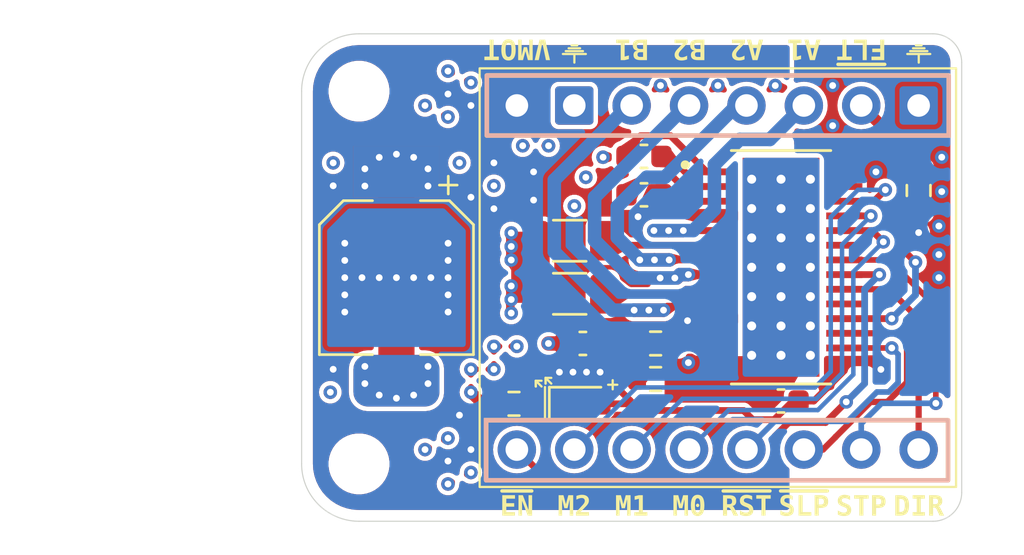
<source format=kicad_pcb>
(kicad_pcb (version 20240108) (generator "pcbnew") (generator_version "8.0")
  (layers (0 "F.Cu" signal) (1 "In1.Cu" power) (2 "In2.Cu" power) (31 "B.Cu" signal) (34 "B.Paste" user) (35 "F.Paste" user) (36 "B.SilkS" user "B.Silkscreen") (37 "F.SilkS" user "F.Silkscreen") (38 "B.Mask" user) (39 "F.Mask" user) (44 "Edge.Cuts" user))
  (net 0 "")
  (net 1 "GND")
  (net 2 "VMOT")
  (net 3 "/nRESET")
  (net 4 "/B1")
  (net 5 "/A1")
  (net 6 "/ISENB")
  (net 7 "/ISENA")
  (net 9 "/nFAULT")
  (net 11 "/B2")
  (net 12 "/A2")
  (net 14 "/MODE0")
  (net 15 "/MODE1")
  (net 16 "/STEP")
  (net 17 "/nENABLE")
  (net 18 "/MODE2")
  (net 19 "/DIR")
  (net 20 "/VREF")
  (net 21 "/CAP1")
  (net 22 "/CAP2")
  (net 23 "/VCP")
  (net 24 "/nSLEEP")
  (net 25 "+3V3")
  (net 26 "/LED_GREEN")
  (footprint "Resistor_SMD:R_0603_1608Metric" (layer "F.Cu") (at 104.3505 71.9145 90)
    (property "Reference" "R5" (hide yes))
    (property "Value" "10k")
    (fp_line (start -0.237258 -0.5225) (end 0.237258 -0.5225) (stroke (width 0.12)) (layer "F.SilkS"))
    (fp_line (start -0.237258 0.5225) (end 0.237258 0.5225) (stroke (width 0.12)) (layer "F.SilkS"))
    (pad "1" smd roundrect (at -0.825 0 90) (size 0.8 0.95) (layers "F.Cu" "F.Paste" "F.Mask") (net 25 "+3V3"))
    (pad "2" smd roundrect (at 0.825 0 90) (size 0.8 0.95) (layers "F.Cu" "F.Paste" "F.Mask") (net 9 "/nFAULT"))
  )
  (footprint "LED_SMD:LED_0603_1608Metric" (layer "F.Cu") (at 89.4915 81.3625)
    (property "Reference" "D1" (hide yes))
    (property "Value" "GREEN")
    (fp_line (start -1.485 -0.735) (end -1.485 0.735) (stroke (width 0.12)) (layer "F.SilkS"))
    (fp_line (start -1.485 0.735) (end 0.8 0.735) (stroke (width 0.12)) (layer "F.SilkS"))
    (fp_line (start 0.8 -0.735) (end -1.485 -0.735) (stroke (width 0.12)) (layer "F.SilkS"))
    (pad "1" smd roundrect (at -0.7875 0) (size 0.875 0.95) (layers "F.Cu" "F.Paste" "F.Mask") (net 26 "/LED_GREEN"))
    (pad "2" smd roundrect (at 0.7875 0) (size 0.875 0.95) (layers "F.Cu" "F.Paste" "F.Mask") (net 25 "+3V3"))
  )
  (footprint "Capacitor_SMD:CP_Elec_6.3x5.9" (layer "F.Cu") (at 81.2415 75.7745 -90)
    (property "Reference" "C4" (hide yes))
    (property "Value" "47u")
    (fp_line (start -2.345563 3.41) (end 3.41 3.41) (stroke (width 0.12)) (layer "F.SilkS"))
    (fp_line (start 3.41 3.41) (end 3.41 1.06) (stroke (width 0.12)) (layer "F.SilkS"))
    (fp_line (start -3.41 2.345563) (end -2.345563 3.41) (stroke (width 0.12)) (layer "F.SilkS"))
    (fp_line (start -3.41 2.345563) (end -3.41 1.06) (stroke (width 0.12)) (layer "F.SilkS"))
    (fp_line (start -4.49375 -2.29375) (end -3.70625 -2.29375) (stroke (width 0.12)) (layer "F.SilkS"))
    (fp_line (start -3.41 -2.345563) (end -3.41 -1.06) (stroke (width 0.12)) (layer "F.SilkS"))
    (fp_line (start -3.41 -2.345563) (end -2.345563 -3.41) (stroke (width 0.12)) (layer "F.SilkS"))
    (fp_line (start -4.1 -2.6875) (end -4.1 -1.9) (stroke (width 0.12)) (layer "F.SilkS"))
    (fp_line (start -2.345563 -3.41) (end 3.41 -3.41) (stroke (width 0.12)) (layer "F.SilkS"))
    (fp_line (start 3.41 -3.41) (end 3.41 -1.06) (stroke (width 0.12)) (layer "F.SilkS"))
    (pad "1" smd roundrect (at -2.8 0 270) (size 3.5 1.6) (layers "F.Cu" "F.Paste" "F.Mask") (roundrect_rratio 0.15625) (net 2 "VMOT"))
    (pad "2" smd roundrect (at 2.8 0 270) (size 3.5 1.6) (layers "F.Cu" "F.Paste" "F.Mask") (roundrect_rratio 0.15625) (net 1 "GND"))
  )
  (footprint "Resistor_SMD:R_0603_1608Metric" (layer "F.Cu") (at 86.4435 81.3625)
    (property "Reference" "R6" (hide yes))
    (property "Value" "1k")
    (fp_line (start -0.237258 -0.5225) (end 0.237258 -0.5225) (stroke (width 0.12)) (layer "F.SilkS"))
    (fp_line (start -0.237258 0.5225) (end 0.237258 0.5225) (stroke (width 0.12)) (layer "F.SilkS"))
    (pad "1" smd roundrect (at -0.825 0) (size 0.8 0.95) (layers "F.Cu" "F.Paste" "F.Mask") (net 1 "GND"))
    (pad "2" smd roundrect (at 0.825 0) (size 0.8 0.95) (layers "F.Cu" "F.Paste" "F.Mask") (net 26 "/LED_GREEN"))
  )
  (footprint "MV_Footprints:IC_TPS61196PWPRQ1" (layer "F.Cu") (at 98.2605 75.3145)
    (property "Reference" "U1" (hide yes))
    (property "Value" "DRV8825")
    (fp_line (start -2.2 -5.17) (end 2.2 -5.17) (stroke (width 0.127)) (layer "F.SilkS"))
    (fp_line (start -2.2 5.17) (end 2.2 5.17) (stroke (width 0.127)) (layer "F.SilkS"))
    (fp_circle (center -4.24 -4.535) (end -4.14 -4.535) (stroke (width 0.2)) (fill none) (layer "F.SilkS"))
    (pad "0" thru_hole circle (at -1.3 -3.9) (size 0.65 0.65) (drill 0.4) (layers "*.Cu") (net 1 "GND"))
    (pad "0" thru_hole circle (at -1.3 -2.6) (size 0.65 0.65) (drill 0.4) (layers "*.Cu") (net 1 "GND"))
    (pad "0" thru_hole circle (at -1.3 -1.3) (size 0.65 0.65) (drill 0.4) (layers "*.Cu") (net 1 "GND"))
    (pad "0" thru_hole circle (at -1.3 0) (size 0.65 0.65) (drill 0.4) (layers "*.Cu") (net 1 "GND"))
    (pad "0" thru_hole circle (at -1.3 1.3) (size 0.65 0.65) (drill 0.4) (layers "*.Cu") (net 1 "GND"))
    (pad "0" thru_hole circle (at -1.3 2.6) (size 0.65 0.65) (drill 0.4) (layers "*.Cu") (net 1 "GND"))
    (pad "0" thru_hole circle (at -1.3 3.9) (size 0.65 0.65) (drill 0.4) (layers "*.Cu") (net 1 "GND"))
    (pad "0" thru_hole circle (at 0 -3.9) (size 0.65 0.65) (drill 0.4) (layers "*.Cu") (net 1 "GND"))
    (pad "0" thru_hole circle (at 0 -2.6) (size 0.65 0.65) (drill 0.4) (layers "*.Cu") (net 1 "GND"))
    (pad "0" thru_hole circle (at 0 -1.3) (size 0.65 0.65) (drill 0.4) (layers "*.Cu") (net 1 "GND"))
    (pad "0" thru_hole circle (at 0 0) (size 0.65 0.65) (drill 0.4) (layers "*.Cu") (net 1 "GND"))
    (pad "0" smd rect (at 0 0) (size 3.4 9.7) (layers "F.Cu") (net 1 "GND"))
    (pad "0" thru_hole circle (at 0 1.3) (size 0.65 0.65) (drill 0.4) (layers "*.Cu") (net 1 "GND"))
    (pad "0" thru_hole circle (at 0 2.6) (size 0.65 0.65) (drill 0.4) (layers "*.Cu") (net 1 "GND"))
    (pad "0" thru_hole circle (at 0 3.9) (size 0.65 0.65) (drill 0.4) (layers "*.Cu") (net 1 "GND"))
    (pad "0" thru_hole circle (at 1.3 -3.9) (size 0.65 0.65) (drill 0.4) (layers "*.Cu") (net 1 "GND"))
    (pad "0" thru_hole circle (at 1.3 -2.6) (size 0.65 0.65) (drill 0.4) (layers "*.Cu") (net 1 "GND"))
    (pad "0" thru_hole circle (at 1.3 -1.3) (size 0.65 0.65) (drill 0.4) (layers "*.Cu") (net 1 "GND"))
    (pad "0" thru_hole circle (at 1.3 0) (size 0.65 0.65) (drill 0.4) (layers "*.Cu") (net 1 "GND"))
    (pad "0" thru_hole circle (at 1.3 1.3) (size 0.65 0.65) (drill 0.4) (layers "*.Cu") (net 1 "GND"))
    (pad "0" thru_hole circle (at 1.3 2.6) (size 0.65 0.65) (drill 0.4) (layers "*.Cu") (net 1 "GND"))
    (pad "0" thru_hole circle (at 1.3 3.9) (size 0.65 0.65) (drill 0.4) (layers "*.Cu") (net 1 "GND"))
    (pad "1" smd rect (at -2.8 -4.225) (size 1.6 0.3) (layers "F.Cu") (net 21 "/CAP1"))
    (pad "2" smd rect (at -2.8 -3.575) (size 1.6 0.3) (layers "F.Cu") (net 22 "/CAP2"))
    (pad "3" smd rect (at -2.8 -2.925) (size 1.6 0.3) (layers "F.Cu") (net 23 "/VCP"))
    (pad "4" smd rect (at -2.8 -2.275) (size 1.6 0.3) (layers "F.Cu") (net 2 "VMOT"))
    (pad "5" smd rect (at -2.8 -1.625) (size 1.6 0.3) (layers "F.Cu") (net 5 "/A1"))
    (pad "6" smd rect (at -2.8 -0.975) (size 1.6 0.3) (layers "F.Cu") (net 7 "/ISENA"))
    (pad "7" smd rect (at -2.8 -0.325) (size 1.6 0.3) (layers "F.Cu") (net 12 "/A2"))
    (pad "8" smd rect (at -2.8 0.325) (size 1.6 0.3) (layers "F.Cu") (net 11 "/B2"))
    (pad "9" smd rect (at -2.8 0.975) (size 1.6 0.3) (layers "F.Cu") (net 6 "/ISENB"))
    (pad "10" smd rect (at -2.8 1.625) (size 1.6 0.3) (layers "F.Cu") (net 4 "/B1"))
    (pad "11" smd rect (at -2.8 2.275) (size 1.6 0.3) (layers "F.Cu") (net 2 "VMOT"))
    (pad "12" smd rect (at -2.8 2.925) (size 1.6 0.3) (layers "F.Cu") (net 20 "/VREF"))
    (pad "13" smd rect (at -2.8 3.575) (size 1.6 0.3) (layers "F.Cu") (net 20 "/VREF"))
    (pad "14" smd rect (at -2.8 4.225) (size 1.6 0.3) (layers "F.Cu") (net 1 "GND"))
    (pad "15" smd rect (at 2.8 4.225) (size 1.6 0.3) (layers "F.Cu") (net 25 "+3V3"))
    (pad "16" smd rect (at 2.8 3.575) (size 1.6 0.3) (layers "F.Cu") (net 3 "/nRESET"))
    (pad "17" smd rect (at 2.8 2.925) (size 1.6 0.3) (layers "F.Cu") (net 24 "/nSLEEP"))
    (pad "18" smd rect (at 2.8 2.275) (size 1.6 0.3) (layers "F.Cu") (net 9 "/nFAULT"))
    (pad "19" smd rect (at 2.8 1.625) (size 1.6 0.3) (layers "F.Cu"))
    (pad "20" smd rect (at 2.8 0.975) (size 1.6 0.3) (layers "F.Cu") (net 19 "/DIR"))
    (pad "21" smd rect (at 2.8 0.325) (size 1.6 0.3) (layers "F.Cu") (net 17 "/nENABLE"))
    (pad "22" smd rect (at 2.8 -0.325) (size 1.6 0.3) (layers "F.Cu") (net 16 "/STEP"))
    (pad "23" smd rect (at 2.8 -0.975) (size 1.6 0.3) (layers "F.Cu"))
    (pad "24" smd rect (at 2.8 -1.625) (size 1.6 0.3) (layers "F.Cu") (net 14 "/MODE0"))
    (pad "25" smd rect (at 2.8 -2.275) (size 1.6 0.3) (layers "F.Cu") (net 15 "/MODE1"))
    (pad "26" smd rect (at 2.8 -2.925) (size 1.6 0.3) (layers "F.Cu") (net 18 "/MODE2"))
    (pad "27" smd rect (at 2.8 -3.575) (size 1.6 0.3) (layers "F.Cu"))
    (pad "28" smd rect (at 2.8 -4.225) (size 1.6 0.3) (layers "F.Cu") (net 1 "GND"))
  )
  (footprint "Capacitor_SMD:C_0603_1608Metric" (layer "F.Cu") (at 89.4915 78.6895 180)
    (property "Reference" "C5" (hide yes))
    (property "Value" "100n")
    (fp_line (start -0.14058 0.51) (end 0.14058 0.51) (stroke (width 0.12)) (layer "F.SilkS"))
    (fp_line (start -0.14058 -0.51) (end 0.14058 -0.51) (stroke (width 0.12)) (layer "F.SilkS"))
    (pad "1" smd roundrect (at -0.775 0 180) (size 0.9 0.95) (layers "F.Cu" "F.Paste" "F.Mask") (net 2 "VMOT"))
    (pad "2" smd roundrect (at 0.775 0 180) (size 0.9 0.95) (layers "F.Cu" "F.Paste" "F.Mask") (net 1 "GND"))
  )
  (footprint "MountingHole:MountingHole_2.2mm_M2" (layer "F.Cu") (at 79.5855 84.0245)
    (property "Reference" "H2" (hide yes))
    (property "Value" "MountingHole")
    (pad "" np_thru_hole circle (at 0 0) (size 2.2 2.2) (drill 2.2) (layers "*.Cu" "*.Mask"))
  )
  (footprint "Capacitor_SMD:C_0603_1608Metric" (layer "F.Cu") (at 98.2605 81.2395 180)
    (property "Reference" "C3" (hide yes))
    (property "Value" "470n")
    (fp_line (start -0.14058 0.51) (end 0.14058 0.51) (stroke (width 0.12)) (layer "F.SilkS"))
    (fp_line (start -0.14058 -0.51) (end 0.14058 -0.51) (stroke (width 0.12)) (layer "F.SilkS"))
    (pad "1" smd roundrect (at -0.775 0 180) (size 0.9 0.95) (layers "F.Cu" "F.Paste" "F.Mask") (net 25 "+3V3"))
    (pad "2" smd roundrect (at 0.775 0 180) (size 0.9 0.95) (layers "F.Cu" "F.Paste" "F.Mask") (net 1 "GND"))
  )
  (footprint "Capacitor_SMD:C_0603_1608Metric" (layer "F.Cu") (at 92.1958 72.1055 180)
    (property "Reference" "C1" (hide yes))
    (property "Value" "100n")
    (fp_line (start -0.14058 0.51) (end 0.14058 0.51) (stroke (width 0.12)) (layer "F.SilkS"))
    (fp_line (start -0.14058 -0.51) (end 0.14058 -0.51) (stroke (width 0.12)) (layer "F.SilkS"))
    (pad "1" smd roundrect (at -0.775 0 180) (size 0.9 0.95) (layers "F.Cu" "F.Paste" "F.Mask") (net 2 "VMOT"))
    (pad "2" smd roundrect (at 0.775 0 180) (size 0.9 0.95) (layers "F.Cu" "F.Paste" "F.Mask") (net 23 "/VCP"))
  )
  (footprint "Capacitor_SMD:C_0603_1608Metric" (layer "F.Cu") (at 92.1958 70.4055)
    (property "Reference" "C2" (hide yes))
    (property "Value" "10n")
    (fp_line (start -0.14058 -0.51) (end 0.14058 -0.51) (stroke (width 0.12)) (layer "F.SilkS"))
    (fp_line (start -0.14058 0.51) (end 0.14058 0.51) (stroke (width 0.12)) (layer "F.SilkS"))
    (pad "1" smd roundrect (at -0.775 0) (size 0.9 0.95) (layers "F.Cu" "F.Paste" "F.Mask") (net 21 "/CAP1"))
    (pad "2" smd roundrect (at 0.775 0) (size 0.9 0.95) (layers "F.Cu" "F.Paste" "F.Mask") (net 22 "/CAP2"))
  )
  (footprint "MountingHole:MountingHole_2.2mm_M2" (layer "F.Cu") (at 79.5855 67.5145)
    (property "Reference" "H1" (hide yes))
    (property "Value" "MountingHole")
    (pad "" np_thru_hole circle (at 0 0) (size 2.2 2.2) (drill 2.2) (layers "*.Cu" "*.Mask"))
  )
  (footprint "Resistor_SMD:R_0603_1608Metric" (layer "F.Cu") (at 92.7105 80.2645)
    (property "Reference" "R4" (hide yes))
    (property "Value" "30k")
    (fp_line (start -0.237258 -0.5225) (end 0.237258 -0.5225) (stroke (width 0.12)) (layer "F.SilkS"))
    (fp_line (start -0.237258 0.5225) (end 0.237258 0.5225) (stroke (width 0.12)) (layer "F.SilkS"))
    (pad "1" smd roundrect (at -0.825 0) (size 0.8 0.95) (layers "F.Cu" "F.Paste" "F.Mask") (net 20 "/VREF"))
    (pad "2" smd roundrect (at 0.825 0) (size 0.8 0.95) (layers "F.Cu" "F.Paste" "F.Mask") (net 1 "GND"))
  )
  (footprint "Resistor_SMD:R_1206_3216Metric" (layer "F.Cu") (at 88.9105 74.1395)
    (property "Reference" "R2" (hide yes))
    (property "Value" "100m")
    (fp_line (start -0.727064 -0.91) (end 0.727064 -0.91) (stroke (width 0.12)) (layer "F.SilkS"))
    (fp_line (start -0.727064 0.91) (end 0.727064 0.91) (stroke (width 0.12)) (layer "F.SilkS"))
    (pad "1" smd roundrect (at -1.4625 0) (size 1.125 1.75) (layers "F.Cu" "F.Paste" "F.Mask") (roundrect_rratio 0.222222) (net 1 "GND"))
    (pad "2" smd roundrect (at 1.4625 0) (size 1.125 1.75) (layers "F.Cu" "F.Paste" "F.Mask") (roundrect_rratio 0.222222) (net 7 "/ISENA"))
  )
  (footprint "Resistor_SMD:R_1206_3216Metric" (layer "F.Cu") (at 88.9105 76.4895)
    (property "Reference" "R1" (hide yes))
    (property "Value" "100m")
    (fp_line (start -0.727064 -0.91) (end 0.727064 -0.91) (stroke (width 0.12)) (layer "F.SilkS"))
    (fp_line (start -0.727064 0.91) (end 0.727064 0.91) (stroke (width 0.12)) (layer "F.SilkS"))
    (pad "1" smd roundrect (at -1.4625 0) (size 1.125 1.75) (layers "F.Cu" "F.Paste" "F.Mask") (roundrect_rratio 0.222222) (net 1 "GND"))
    (pad "2" smd roundrect (at 1.4625 0) (size 1.125 1.75) (layers "F.Cu" "F.Paste" "F.Mask") (roundrect_rratio 0.222222) (net 6 "/ISENB"))
  )
  (footprint "Resistor_SMD:R_0603_1608Metric" (layer "F.Cu") (at 92.7105 78.6895)
    (property "Reference" "R3" (hide yes))
    (property "Value" "82k")
    (fp_line (start -0.237258 -0.5225) (end 0.237258 -0.5225) (stroke (width 0.12)) (layer "F.SilkS"))
    (fp_line (start -0.237258 0.5225) (end 0.237258 0.5225) (stroke (width 0.12)) (layer "F.SilkS"))
    (pad "1" smd roundrect (at -0.825 0) (size 0.8 0.95) (layers "F.Cu" "F.Paste" "F.Mask") (net 25 "+3V3"))
    (pad "2" smd roundrect (at 0.825 0) (size 0.8 0.95) (layers "F.Cu" "F.Paste" "F.Mask") (net 20 "/VREF"))
  )
  (footprint "Connector_PinHeader_2.54mm:PinHeader_1x08_P2.54mm_Vertical" (layer "B.Cu") (at 104.3505 83.3895 90)
    (property "Reference" "J4" (hide yes))
    (property "Value" "Conn_01x08")
    (fp_line (start -1.33 1.33) (end -1.33 0) (stroke (width 0.12)) (layer "B.SilkS"))
    (fp_rect (start 1.3 -19.14) (end -1.36 1.3) (stroke (width 0.2)) (fill none) (layer "B.SilkS"))
    (fp_rect (start 1.3 -19.14) (end -1.36 1.3) (stroke (width 0.2)) (fill none) (layer "F.SilkS"))
    (pad "1" thru_hole circle (at 0 0 90) (size 1.7 1.7) (drill 1) (layers "*.Cu" "*.Mask") (net 19 "/DIR"))
    (pad "2" thru_hole oval (at 0 -2.54 90) (size 1.7 1.7) (drill 1) (layers "*.Cu" "*.Mask") (net 16 "/STEP"))
    (pad "3" thru_hole oval (at 0 -5.08 90) (size 1.7 1.7) (drill 1) (layers "*.Cu" "*.Mask") (net 24 "/nSLEEP"))
    (pad "4" thru_hole oval (at 0 -7.62 90) (size 1.7 1.7) (drill 1) (layers "*.Cu" "*.Mask") (net 3 "/nRESET"))
    (pad "5" thru_hole oval (at 0 -10.16 90) (size 1.7 1.7) (drill 1) (layers "*.Cu" "*.Mask") (net 14 "/MODE0"))
    (pad "6" thru_hole oval (at 0 -12.7 90) (size 1.7 1.7) (drill 1) (layers "*.Cu" "*.Mask") (net 15 "/MODE1"))
    (pad "7" thru_hole oval (at 0 -15.24 90) (size 1.7 1.7) (drill 1) (layers "*.Cu" "*.Mask") (net 18 "/MODE2"))
    (pad "8" thru_hole oval (at 0 -17.78 90) (size 1.7 1.7) (drill 1) (layers "*.Cu" "*.Mask") (net 17 "/nENABLE"))
  )
  (footprint "Connector_PinHeader_2.54mm:PinHeader_1x08_P2.54mm_Vertical" (layer "B.Cu") (at 86.5705 68.1495 -90)
    (property "Reference" "J3" (hide yes))
    (property "Value" "Conn_01x08")
    (fp_line (start -1.33 1.33) (end -1.33 0) (stroke (width 0.12)) (layer "B.SilkS"))
    (fp_rect (start 1.33 -19.11) (end -1.33 1.33) (stroke (width 0.2)) (fill none) (layer "B.SilkS"))
    (fp_rect (start 1.33 -19.11) (end -1.33 1.33) (stroke (width 0.2)) (fill none) (layer "F.SilkS"))
    (pad "1" thru_hole circle (at 0 0 270) (size 1.7 1.7) (drill 1) (layers "*.Cu" "*.Mask") (net 2 "VMOT"))
    (pad "2" thru_hole roundrect (at 0 -2.54 270) (size 1.7 1.7) (drill 1) (layers "*.Cu" "*.Mask") (roundrect_rratio 0.1) (net 1 "GND"))
    (pad "3" thru_hole oval (at 0 -5.08 270) (size 1.7 1.7) (drill 1) (layers "*.Cu" "*.Mask") (net 4 "/B1"))
    (pad "4" thru_hole oval (at 0 -7.62 270) (size 1.7 1.7) (drill 1) (layers "*.Cu" "*.Mask") (net 11 "/B2"))
    (pad "5" thru_hole oval (at 0 -10.16 270) (size 1.7 1.7) (drill 1) (layers "*.Cu" "*.Mask") (net 12 "/A2"))
    (pad "6" thru_hole oval (at 0 -12.7 270) (size 1.7 1.7) (drill 1) (layers "*.Cu" "*.Mask") (net 5 "/A1"))
    (pad "7" thru_hole oval (at 0 -15.24 270) (size 1.7 1.7) (drill 1) (layers "*.Cu" "*.Mask") (net 9 "/nFAULT"))
    (pad "8" thru_hole roundrect (at 0 -17.78 270) (size 1.7 1.7) (drill 1) (layers "*.Cu" "*.Mask") (roundrect_rratio 0.1) (net 1 "GND"))
  )
  (gr_line (start 87.8405 80.4675) (end 87.8405 80.2135) (stroke (width 0.1)) (layer "F.SilkS"))
  (gr_line (start 104.4825 65.4875) (end 104.2285 65.4875) (stroke (width 0.1)) (layer "F.SilkS"))
  (gr_line (start 87.8151 80.6199) (end 87.8151 82.0931) (stroke (width 0.1)) (layer "F.SilkS"))
  (gr_line (start 104.6095 65.6145) (end 104.1015 65.6145) (stroke (width 0.1)) (layer "F.SilkS"))
  (gr_line (start 90.8123 80.3151) (end 90.8123 80.7215) (stroke (width 0.1)) (layer "F.SilkS"))
  (gr_line (start 90.6091 80.5183) (end 91.0155 80.5183) (stroke (width 0.1)) (layer "F.SilkS"))
  (gr_line (start 89.4965 65.7415) (end 88.7345 65.7415) (stroke (width 0.1)) (layer "F.SilkS"))
  (gr_line (start 104.7365 65.7415) (end 103.9745 65.7415) (stroke (width 0.1)) (layer "F.SilkS"))
  (gr_line (start 88.0945 80.2135) (end 87.8405 80.2135) (stroke (width 0.1)) (layer "F.SilkS"))
  (gr_line (start 87.6627 80.3405) (end 87.4087 80.3405) (stroke (width 0.1)) (layer "F.SilkS"))
  (gr_line (start 89.6235 65.8685) (end 88.6075 65.8685) (stroke (width 0.1)) (layer "F.SilkS"))
  (gr_line (start 87.4087 80.5945) (end 87.4087 80.3405) (stroke (width 0.1)) (layer "F.SilkS"))
  (gr_line (start 87.8405 80.2135) (end 87.8405 80.4675) (stroke (width 0.1)) (layer "F.SilkS"))
  (gr_rect (start 84.9245 66.5035) (end 106.0065 85.0455) (stroke (width 0.1)) (fill none) (layer "F.SilkS"))
  (gr_line (start 89.1155 66.2495) (end 89.1155 65.8685) (stroke (width 0.1)) (layer "F.SilkS"))
  (gr_line (start 87.6627 80.5945) (end 87.4087 80.3405) (stroke (width 0.1)) (layer "F.SilkS"))
  (gr_line (start 89.3695 65.6145) (end 88.8615 65.6145) (stroke (width 0.1)) (layer "F.SilkS"))
  (gr_line (start 104.8635 65.8685) (end 103.8475 65.8685) (stroke (width 0.1)) (layer "F.SilkS"))
  (gr_line (start 87.4087 80.3405) (end 87.4087 80.5945) (stroke (width 0.1)) (layer "F.SilkS"))
  (gr_line (start 89.2425 65.4875) (end 88.9885 65.4875) (stroke (width 0.1)) (layer "F.SilkS"))
  (gr_line (start 88.0945 80.4675) (end 87.8405 80.2135) (stroke (width 0.1)) (layer "F.SilkS"))
  (gr_line (start 104.3555 66.2495) (end 104.3555 65.8685) (stroke (width 0.1)) (layer "F.SilkS"))
  (gr_arc (start 106.2555 85.2945) (mid 105.883526 86.192526) (end 104.9855 86.5645) (stroke (width 0.05)) (layer "Edge.Cuts"))
  (gr_arc (start 77.0455 67.5145) (mid 77.789449 65.718449) (end 79.5855 64.9745) (stroke (width 0.05)) (layer "Edge.Cuts"))
  (gr_line (start 77.0455 84.0245) (end 77.0455 67.5145) (stroke (width 0.05)) (layer "Edge.Cuts"))
  (gr_arc (start 104.9855 64.9745) (mid 105.883526 65.346474) (end 106.2555 66.2445) (stroke (width 0.05)) (layer "Edge.Cuts"))
  (gr_line (start 106.2555 66.2445) (end 106.2555 85.2945) (stroke (width 0.05)) (layer "Edge.Cuts"))
  (gr_line (start 104.9855 86.5645) (end 79.5855 86.5645) (stroke (width 0.05)) (layer "Edge.Cuts"))
  (gr_arc (start 79.5855 86.5645) (mid 77.789449 85.820551) (end 77.0455 84.0245) (stroke (width 0.05)) (layer "Edge.Cuts"))
  (gr_line (start 79.5855 64.9745) (end 104.9855 64.9745) (stroke (width 0.05)) (layer "Edge.Cuts"))
  (gr_text "M1" (at 91.6555 85.4265 0) (layer "F.SilkS") (effects (font (size 0.889 0.889) (thickness 0.1524) (bold yes)) (justify top)))
  (gr_text "DIR" (at 104.3555 85.4265 0) (layer "F.SilkS") (effects (font (size 0.889 0.889) (thickness 0.1524) (bold yes)) (justify top)))
  (gr_text "M2" (at 89.1155 85.4265 0) (layer "F.SilkS") (effects (font (size 0.889 0.889) (thickness 0.1524) (bold yes)) (justify top)))
  (gr_text "A1" (at 99.2755 66.1225 180) (layer "F.SilkS") (effects (font (size 0.889 0.889) (thickness 0.1524) (bold yes)) (justify top)))
  (gr_text "M0" (at 94.1955 85.4265 0) (layer "F.SilkS") (effects (font (size 0.889 0.889) (thickness 0.1524) (bold yes)) (justify top)))
  (gr_text "~{SLP}" (at 99.2755 85.4265 0) (layer "F.SilkS") (effects (font (size 0.889 0.889) (thickness 0.1524) (bold yes)) (justify top)))
  (gr_text "VMOT" (at 86.5755 66.1225 180) (layer "F.SilkS") (effects (font (size 0.889 0.889) (thickness 0.1524) (bold yes)) (justify top)))
  (gr_text "~{EN}" (at 86.5705 85.4265 0) (layer "F.SilkS") (effects (font (size 0.889 0.889) (thickness 0.1524) (bold yes)) (justify top)))
  (gr_text "~{RST}" (at 96.7355 85.4265 0) (layer "F.SilkS") (effects (font (size 0.889 0.889) (thickness 0.1524) (bold yes)) (justify top)))
  (gr_text "STP" (at 101.8155 85.4265 0) (layer "F.SilkS") (effects (font (size 0.889 0.889) (thickness 0.1524) (bold yes)) (justify top)))
  (gr_text "A2" (at 96.7355 66.1225 180) (layer "F.SilkS") (effects (font (size 0.889 0.889) (thickness 0.1524) (bold yes)) (justify top)))
  (gr_text "~{FLT}" (at 101.8155 66.1225 180) (layer "F.SilkS") (effects (font (size 0.889 0.889) (thickness 0.1524) (bold yes)) (justify top)))
  (gr_text "B1" (at 91.6555 66.1225 180) (layer "F.SilkS") (effects (font (size 0.889 0.889) (thickness 0.1524) (bold yes)) (justify top)))
  (gr_text "B2" (at 94.1955 66.1225 180) (layer "F.SilkS") (effects (font (size 0.889 0.889) (thickness 0.1524) (bold yes)) (justify top)))
  (segment (start 96.8919 81.2395) (end 95.4605 79.8081) (width 0.3) (layer "F.Cu") (net 1))
  (segment (start 93.5355 80.1645) (end 93.5355 80.2645) (width 0.3) (layer "F.Cu") (net 1))
  (segment (start 87.448 76.4895) (end 86.4105 76.4895) (width 0.3) (layer "F.Cu") (net 1))
  (segment (start 85.6185 81.3625) (end 85.0515 81.3625) (width 0.508) (layer "F.Cu") (net 1))
  (segment (start 97.4855 81.2395) (end 96.8919 81.2395) (width 0.3) (layer "F.Cu") (net 1))
  (segment (start 86.3215 76.1435) (end 86.3215 76.7435) (width 0.3) (layer "F.Cu") (net 1))
  (segment (start 85.0515 81.3625) (end 84.5385 80.8495) (width 0.508) (layer "F.Cu") (net 1))
  (segment (start 102.4605 71.0895) (end 101.0605 71.0895) (width 0.3) (layer "F.Cu") (net 1))
  (segment (start 86.3215 74.3935) (end 86.3215 73.7935) (width 0.3) (layer "F.Cu") (net 1))
  (segment (start 94.1605 79.5395) (end 95.4605 79.5395) (width 0.3) (layer "F.Cu") (net 1))
  (segment (start 86.3215 76.7435) (end 86.3215 77.3435) (width 0.3) (layer "F.Cu") (net 1))
  (segment (start 87.9675 78.6895) (end 88.9705 78.6895) (width 0.635) (layer "F.Cu") (net 1))
  (segment (start 86.4105 74.1395) (end 87.448 74.1395) (width 0.3) (layer "F.Cu") (net 1))
  (segment (start 86.3215 74.9935) (end 86.3215 74.3935) (width 0.3) (layer "F.Cu") (net 1))
  (segment (start 94.1605 79.5395) (end 93.5355 80.1645) (width 0.6) (layer "F.Cu") (net 1))
  (segment (start 95.4605 79.8081) (end 95.4605 79.5395) (width 0.3) (layer "F.Cu") (net 1))
  (via (at 82.5065 68.1495) (size 0.6) (drill 0.3) (layers "F.Cu" "B.Cu") (net 1))
  (via (at 83.5225 66.6255) (size 0.6) (drill 0.3) (layers "F.Cu" "B.Cu") (net 1))
  (via (at 86.8295 69.9325) (size 0.6) (drill 0.3) (layers "F.Cu" "B.Cu") (net 1))
  (via (at 83.5275 75.7745) (size 0.6) (drill 0.3) (layers "F.Cu" "B.Cu") (net 1))
  (via (at 98.0055 67.2655) (size 0.6) (drill 0.3) (layers "F.Cu" "B.Cu") (net 1))
  (via (at 83.5275 74.2505) (size 0.6) (drill 0.3) (layers "F.Cu" "B.Cu") (net 1))
  (via (at 84.5385 84.4055) (size 0.6) (drill 0.3) (layers "F.Cu" "B.Cu") (net 1))
  (via (at 82.6385 80.4675) (size 0.6) (drill 0.3) (layers "F.Cu" "B.Cu") (net 1))
  (via (at 82.6385 79.7055) (size 0.6) (drill 0.3) (layers "F.Cu" "B.Cu") (net 1))
  (via (at 78.9555 75.0125) (size 0.6) (drill 0.3) (layers "F.Cu" "B.Cu") (net 1))
  (via (at 105.2445 74.7535) (size 0.6) (drill 0.3) (layers "F.Cu" "B.Cu") (net 1))
  (via (at 78.9555 75.7745) (size 0.6) (drill 0.3) (layers "F.Cu" "B.Cu") (net 1))
  (via (at 105.2445 73.4885) (size 0.6) (drill 0.3) (layers "F.Cu" "B.Cu") (net 1))
  (via (at 92.9255 67.2655) (size 0.6) (drill 0.3) (layers "F.Cu" "B.Cu") (net 1))
  (via (at 79.8445 80.4675) (size 0.6) (drill 0.3) (layers "F.Cu" "B.Cu") (net 1))
  (via (at 102.4605 71.0895) (size 0.6) (drill 0.3) (layers "F.Cu" "B.Cu") (net 1))
  (via (at 105.2445 75.7745) (size 0.6) (drill 0.3) (layers "F.Cu" "B.Cu") (net 1))
  (via (at 100.5455 67.2655) (size 0.6) (drill 0.3) (layers "F.Cu" "B.Cu") (net 1))
  (via (at 85.5545 79.8335) (size 0.6) (drill 0.3) (layers "F.Cu" "B.Cu") (net 1))
  (via (at 79.8445 79.7055) (size 0.6) (drill 0.3) (layers "F.Cu" "B.Cu") (net 1))
  (via (at 82.0035 80.9755) (size 0.6) (drill 0.3) (layers "F.Cu" "B.Cu") (net 1))
  (via (at 84.5385 79.8335) (size 0.6) (drill 0.3) (layers "F.Cu" "B.Cu") (net 1))
  (via (at 83.5275 77.2985) (size 0.6) (drill 0.3) (layers "F.Cu" "B.Cu") (net 1))
  (via (at 84.0305 70.6895) (size 0.6) (drill 0.3) (layers "F.Cu" "B.Cu") (net 1))
  (via (at 86.3215 74.9935) (size 0.6) (drill 0.3) (layers "F.Cu" "B.Cu") (net 1))
  (via (at 86.3215 76.7435) (size 0.6) (drill 0.3) (layers "F.Cu" "B.Cu") (net 1))
  (via (at 100.5455 69.0435) (size 0.6) (drill 0.3) (layers "F.Cu" "B.Cu") (net 1))
  (via (at 83.5225 68.6575) (size 0.6) (drill 0.3) (layers "F.Cu" "B.Cu") (net 1))
  (via (at 80.4795 75.7745) (size 0.6) (drill 0.3) (layers "F.Cu" "B.Cu") (net 1))
  (via (at 95.4655 67.2655) (size 0.6) (drill 0.3) (layers "F.Cu" "B.Cu") (net 1))
  (via (at 86.3215 74.3935) (size 0.6) (drill 0.3) (layers "F.Cu" "B.Cu") (net 1))
  (via (at 80.4795 80.9755) (size 0.6) (drill 0.3) (layers "F.Cu" "B.Cu") (net 1))
  (via (at 78.9555 74.2505) (size 0.6) (drill 0.3) (layers "F.Cu" "B.Cu") (net 1))
  (via (at 78.3155 80.8495) (size 0.6) (drill 0.3) (layers "F.Cu" "B.Cu") (net 1))
  (via (at 87.9725 69.9325) (size 0.6) (drill 0.3) (layers "F.Cu" "B.Cu") (net 1))
  (via (at 82.5065 83.3895) (size 0.6) (drill 0.3) (layers "F.Cu" "B.Cu") (net 1))
  (via (at 78.9555 76.5365) (size 0.6) (drill 0.3) (layers "F.Cu" "B.Cu") (net 1))
  (via (at 82.7655 75.7745) (size 0.6) (drill 0.3) (layers "F.Cu" "B.Cu") (net 1))
  (via (at 86.3215 76.1435) (size 0.6) (drill 0.3) (layers "F.Cu" "B.Cu") (net 1))
  (via (at 94.1605 79.5395) (size 0.6) (drill 0.3) (layers "F.Cu" "B.Cu") (net 1))
  (via (at 85.5545 78.8175) (size 0.6) (drill 0.3) (layers "F.Cu" "B.Cu") (net 1))
  (via (at 84.5385 80.8495) (size 0.6) (drill 0.3) (layers "F.Cu" "B.Cu") (net 1))
  (via (at 105.3715 71.9645) (size 0.6) (drill 0.3) (layers "F.Cu" "B.Cu") (net 1))
  (via (at 82.0035 75.7745) (size 0.6) (drill 0.3) (layers "F.Cu" "B.Cu") (net 1))
  (via (at 86.3215 73.7935) (size 0.6) (drill 0.3) (layers "F.Cu" "B.Cu") (net 1))
  (via (at 83.5225 84.9135) (size 0.6) (drill 0.3) (layers "F.Cu" "B.Cu") (net 1))
  (via (at 89.1155 72.5995) (size 0.6) (drill 0.3) (layers "F.Cu" "B.Cu") (net 1))
  (via (at 105.3715 70.4405) (size 0.6) (drill 0.3) (layers "F.Cu" "B.Cu") (net 1))
  (via (at 78.4425 70.6895) (size 0.6) (drill 0.3) (layers "F.Cu" "B.Cu") (net 1))
  (via (at 79.7175 75.7745) (size 0.6) (drill 0.3) (layers "F.Cu" "B.Cu") (net 1))
  (via (at 90.3855 70.4405) (size 0.6) (drill 0.3) (layers "F.Cu" "B.Cu") (net 1))
  (via (at 85.5545 71.7055) (size 0.6) (drill 0.3) (layers "F.Cu" "B.Cu") (net 1))
  (via (at 84.5385 67.1335) (size 0.6) (drill 0.3) (layers "F.Cu" "B.Cu") (net 1))
  (via (at 86.5705 78.8175) (size 0.6) (drill 0.3) (layers "F.Cu" "B.Cu") (net 1))
  (via (at 81.2415 75.7745) (size 0.6) (drill 0.3) (layers "F.Cu" "B.Cu") (net 1))
  (via (at 83.5225 82.8815) (size 0.6) (drill 0.3) (layers "F.Cu" "B.Cu") (net 1))
  (via (at 81.2415 81.1145) (size 0.6) (drill 0.3) (layers "F.Cu" "B.Cu") (net 1))
  (via (at 78.9555 77.2985) (size 0.6) (drill 0.3) (layers "F.Cu" "B.Cu") (net 1))
  (via (at 86.3215 77.3435) (size 0.6) (drill 0.3) (layers "F.Cu" "B.Cu") (net 1))
  (via (at 83.5275 75.0125) (size 0.6) (drill 0.3) (layers "F.Cu" "B.Cu") (net 1))
  (via (at 89.6235 71.3295) (size 0.6) (drill 0.3) (layers "F.Cu" "B.Cu") (net 1))
  (via (at 83.5275 76.5365) (size 0.6) (drill 0.3) (layers "F.Cu" "B.Cu") (net 1))
  (via (at 87.9675 78.6895) (size 0.6) (drill 0.3) (layers "F.Cu" "B.Cu") (net 1))
  (segment (start 94.214637 77.5895) (end 94.123164 77.680973) (width 0.3) (layer "F.Cu") (net 2))
  (segment (start 92.200541 73.076351) (end 93.171392 72.1055) (width 0.3) (layer "F.Cu") (net 2))
  (segment (start 90.2535 78.7025) (end 90.2535 79.9595) (width 0.3) (layer "F.Cu") (net 2))
  (segment (start 90.5205 78.6895) (end 90.2665 78.6895) (width 0.3) (layer "F.Cu") (net 2))
  (segment (start 95.3658 73.0395) (end 93.9048 73.0395) (width 0.3) (layer "F.Cu") (net 2))
  (segment (start 90.2665 78.6895) (end 90.2535 78.7025) (width 0.3) (layer "F.Cu") (net 2))
  (segment (start 93.9048 73.0395) (end 92.9708 72.1055) (width 0.3) (layer "F.Cu") (net 2))
  (segment (start 95.4605 77.5895) (end 94.214637 77.5895) (width 0.3) (layer "F.Cu") (net 2))
  (segment (start 91.932833 73.076351) (end 92.200541 73.076351) (width 0.3) (layer "F.Cu") (net 2))
  (via (at 84.5385 83.3895) (size 0.6) (drill 0.3) (layers "F.Cu" "B.Cu") (net 2))
  (via (at 80.4795 70.4465) (size 0.6) (drill 0.3) (layers "F.Cu" "B.Cu") (net 2))
  (via (at 78.4425 79.8335) (size 0.6) (drill 0.3) (layers "F.Cu" "B.Cu") (net 2))
  (via (at 87.3105 71.0895) (size 0.6) (drill 0.3) (layers "F.Cu" "B.Cu") (net 2))
  (via (at 81.2415 70.3075) (size 0.6) (drill 0.3) (layers "F.Cu" "B.Cu") (net 2))
  (via (at 87.3105 72.3395) (size 0.6) (drill 0.3) (layers "F.Cu" "B.Cu") (net 2))
  (via (at 84.5385 68.1495) (size 0.6) (drill 0.3) (layers "F.Cu" "B.Cu") (net 2))
  (via (at 82.0035 70.4465) (size 0.6) (drill 0.3) (layers "F.Cu" "B.Cu") (net 2))
  (via (at 83.5225 83.8975) (size 0.6) (drill 0.3) (layers "F.Cu" "B.Cu") (net 2))
  (via (at 89.6535 79.9595) (size 0.6) (drill 0.3) (layers "F.Cu" "B.Cu") (net 2))
  (via (at 89.0535 79.9595) (size 0.6) (drill 0.3) (layers "F.Cu" "B.Cu") (net 2))
  (via (at 91.932833 73.076351) (size 0.6) (drill 0.3) (layers "F.Cu" "B.Cu") (net 2))
  (via (at 88.4535 79.9595) (size 0.6) (drill 0.3) (layers "F.Cu" "B.Cu") (net 2))
  (via (at 85.5545 70.6895) (size 0.6) (drill 0.3) (layers "F.Cu" "B.Cu") (net 2))
  (via (at 82.6385 71.7165) (size 0.6) (drill 0.3) (layers "F.Cu" "B.Cu") (net 2))
  (via (at 94.123164 77.680973) (size 0.6) (drill 0.3) (layers "F.Cu" "B.Cu") (net 2))
  (via (at 85.5545 72.7215) (size 0.6) (drill 0.3) (layers "F.Cu" "B.Cu") (net 2))
  (via (at 90.2535 79.9595) (size 0.6) (drill 0.3) (layers "F.Cu" "B.Cu") (net 2))
  (via (at 82.6385 70.9545) (size 0.6) (drill 0.3) (layers "F.Cu" "B.Cu") (net 2))
  (via (at 79.8445 71.7165) (size 0.6) (drill 0.3) (layers "F.Cu" "B.Cu") (net 2))
  (via (at 83.5225 67.6415) (size 0.6) (drill 0.3) (layers "F.Cu" "B.Cu") (net 2))
  (via (at 84.5385 72.2135) (size 0.6) (drill 0.3) (layers "F.Cu" "B.Cu") (net 2))
  (via (at 84.0305 81.8655) (size 0.6) (drill 0.3) (layers "F.Cu" "B.Cu") (net 2))
  (via (at 78.4425 71.7055) (size 0.6) (drill 0.3) (layers "F.Cu" "B.Cu") (net 2))
  (via (at 79.8445 70.9545) (size 0.6) (drill 0.3) (layers "F.Cu" "B.Cu") (net 2))
  (segment (start 101.0605 78.8895) (end 103.1605 78.8895) (width 0.25) (layer "F.Cu") (net 3))
  (via (at 103.1605 78.8895) (size 0.6) (drill 0.3) (layers "F.Cu" "B.Cu") (net 3))
  (segment (start 102.503394 80.8395) (end 101.203394 82.1395) (width 0.25) (layer "B.Cu") (net 3))
  (segment (start 97.9805 82.1395) (end 96.7305 83.3895) (width 0.25) (layer "B.Cu") (net 3))
  (segment (start 103.4411 80.4227) (end 103.0243 80.8395) (width 0.25) (layer "B.Cu") (net 3))
  (segment (start 101.203394 82.1395) (end 97.9805 82.1395) (width 0.25) (layer "B.Cu") (net 3))
  (segment (start 103.4411 79.1701) (end 103.4411 80.4227) (width 0.25) (layer "B.Cu") (net 3))
  (segment (start 103.0243 80.8395) (end 102.503394 80.8395) (width 0.25) (layer "B.Cu") (net 3))
  (segment (start 103.1605 78.8895) (end 103.4411 79.1701) (width 0.25) (layer "B.Cu") (net 3))
  (segment (start 92.4105 77.2145) (end 91.7605 77.2145) (width 0.6) (layer "F.Cu") (net 4))
  (segment (start 94.018217 77.0395) (end 93.2355 77.0395) (width 0.3) (layer "F.Cu") (net 4))
  (segment (start 94.118217 76.9395) (end 94.018217 77.0395) (width 0.3) (layer "F.Cu") (net 4))
  (segment (start 93.0605 77.2145) (end 92.4105 77.2145) (width 0.6) (layer "F.Cu") (net 4))
  (segment (start 95.4605 76.9395) (end 94.118217 76.9395) (width 0.3) (layer "F.Cu") (net 4))
  (segment (start 93.2355 77.0395) (end 93.0605 77.2145) (width 0.3) (layer "F.Cu") (net 4))
  (via (at 92.4105 77.2145) (size 0.6) (drill 0.3) (layers "F.Cu" "B.Cu") (net 4))
  (via (at 91.7605 77.2145) (size 0.6) (drill 0.3) (layers "F.Cu" "B.Cu") (net 4))
  (via (at 93.0605 77.2145) (size 0.6) (drill 0.3) (layers "F.Cu" "B.Cu") (net 4))
  (segment (start 91.7605 77.2145) (end 90.8095 77.2145) (width 0.6) (layer "B.Cu") (net 4))
  (segment (start 93.0605 77.2145) (end 91.7605 77.2145) (width 0.6) (layer "B.Cu") (net 4))
  (segment (start 88.2265 74.6315) (end 88.2265 71.4515) (width 0.6) (layer "B.Cu") (net 4))
  (segment (start 88.2265 71.4515) (end 91.5285 68.1495) (width 0.6) (layer "B.Cu") (net 4))
  (segment (start 90.8095 77.2145) (end 88.2265 74.6315) (width 0.6) (layer "B.Cu") (net 4))
  (segment (start 91.5285 68.1495) (end 91.6505 68.1495) (width 0.6) (layer "B.Cu") (net 4))
  (segment (start 93.9355 73.6895) (end 93.2855 73.6895) (width 0.6) (layer "F.Cu") (net 5))
  (segment (start 93.2855 73.6895) (end 92.6355 73.6895) (width 0.6) (layer "F.Cu") (net 5))
  (segment (start 95.4605 73.6895) (end 93.9355 73.6895) (width 0.3) (layer "F.Cu") (net 5))
  (via (at 93.9355 73.6895) (size 0.6) (drill 0.3) (layers "F.Cu" "B.Cu") (net 5))
  (via (at 93.2855 73.6895) (size 0.6) (drill 0.3) (layers "F.Cu" "B.Cu") (net 5))
  (via (at 92.6355 73.6895) (size 0.6) (drill 0.3) (layers "F.Cu" "B.Cu") (net 5))
  (segment (start 97.7669 69.6531) (end 99.2705 68.1495) (width 0.6) (layer "B.Cu") (net 5))
  (segment (start 95.3131 70.7707) (end 96.4307 69.6531) (width 0.6) (layer "B.Cu") (net 5))
  (segment (start 92.6355 73.6895) (end 93.499689 73.6895) (width 0.6) (layer "B.Cu") (net 5))
  (segment (start 95.3131 72.7519) (end 95.3131 70.7707) (width 0.6) (layer "B.Cu") (net 5))
  (segment (start 93.9355 73.6895) (end 92.6355 73.6895) (width 0.6) (layer "B.Cu") (net 5))
  (segment (start 94.3755 73.6895) (end 95.3131 72.7519) (width 0.6) (layer "B.Cu") (net 5))
  (segment (start 93.2855 73.6895) (end 94.3755 73.6895) (width 0.6) (layer "B.Cu") (net 5))
  (segment (start 96.4307 69.6531) (end 97.7669 69.6531) (width 0.6) (layer "B.Cu") (net 5))
  (segment (start 94.06111 76.2895) (end 93.81111 76.5395) (width 0.3) (layer "F.Cu") (net 6))
  (segment (start 93.81111 76.5395) (end 90.423 76.5395) (width 0.3) (layer "F.Cu") (net 6))
  (segment (start 95.4605 76.2895) (end 94.06111 76.2895) (width 0.3) (layer "F.Cu") (net 6))
  (segment (start 90.423 76.5395) (end 90.373 76.4895) (width 0.3) (layer "F.Cu") (net 6))
  (segment (start 95.4605 74.3395) (end 90.573 74.3395) (width 0.3) (layer "F.Cu") (net 7))
  (segment (start 90.573 74.3395) (end 90.373 74.1395) (width 0.3) (layer "F.Cu") (net 7))
  (segment (start 104.2105 75.0895) (end 103.5255 74.4045) (width 0.3) (layer "F.Cu") (net 9))
  (segment (start 101.0605 77.5895) (end 103.1605 77.5895) (width 0.3) (layer "F.Cu") (net 9))
  (segment (start 103.241262 77.589501) (end 103.241261 77.5895) (width 0.3) (layer "F.Cu") (net 9))
  (segment (start 103.5255 71.9145) (end 104.3505 71.0895) (width 0.3) (layer "F.Cu") (net 9))
  (segment (start 104.3505 71.0895) (end 104.3505 70.6895) (width 0.508) (layer "F.Cu") (net 9))
  (segment (start 103.5255 74.4045) (end 103.5255 71.9145) (width 0.3) (layer "F.Cu") (net 9))
  (segment (start 104.3505 70.6895) (end 101.8105 68.1495) (width 0.508) (layer "F.Cu") (net 9))
  (via (at 103.1605 77.5895) (size 0.6) (drill 0.3) (layers "F.Cu" "B.Cu") (net 9))
  (via (at 104.2105 75.0895) (size 0.6) (drill 0.3) (layers "F.Cu" "B.Cu") (net 9))
  (segment (start 104.2105 75.0895) (end 104.2105 76.5395) (width 0.3) (layer "B.Cu") (net 9))
  (segment (start 104.2105 76.5395) (end 103.1605 77.5895) (width 0.3) (layer "B.Cu") (net 9))
  (segment (start 94.1605 75.6395) (end 93.791871 75.6395) (width 0.6) (layer "F.Cu") (net 11))
  (segment (start 93.791871 75.6395) (end 93.641871 75.7895) (width 0.6) (layer "F.Cu") (net 11))
  (segment (start 93.641871 75.7895) (end 93.5605 75.7895) (width 0.6) (layer "F.Cu") (net 11))
  (segment (start 95.4605 75.6395) (end 94.1605 75.6395) (width 0.3) (layer "F.Cu") (net 11))
  (segment (start 93.5605 75.7895) (end 92.9105 75.7895) (width 0.6) (layer "F.Cu") (net 11))
  (via (at 94.1605 75.6395) (size 0.6) (drill 0.3) (layers "F.Cu" "B.Cu") (net 11))
  (via (at 93.5605 75.7895) (size 0.6) (drill 0.3) (layers "F.Cu" "B.Cu") (net 11))
  (via (at 92.9105 75.7895) (size 0.6) (drill 0.3) (layers "F.Cu" "B.Cu") (net 11))
  (segment (start 93.5605 75.7895) (end 91.679129 75.7895) (width 0.6) (layer "B.Cu") (net 11))
  (segment (start 93.5605 75.7895) (end 92.9105 75.7895) (width 0.6) (layer "B.Cu") (net 11))
  (segment (start 93.791871 75.6395) (end 93.641871 75.7895) (width 0.6) (layer "B.Cu") (net 11))
  (segment (start 91.679129 75.7895) (end 90.0105 74.120871) (width 0.6) (layer "B.Cu") (net 11))
  (segment (start 90.0105 72.2125) (end 94.0735 68.1495) (width 0.6) (layer "B.Cu") (net 11))
  (segment (start 90.0105 74.120871) (end 90.0105 72.2125) (width 0.6) (layer "B.Cu") (net 11))
  (segment (start 94.1605 75.6395) (end 93.791871 75.6395) (width 0.6) (layer "B.Cu") (net 11))
  (segment (start 94.0735 68.1495) (end 94.1905 68.1495) (width 0.6) (layer "B.Cu") (net 11))
  (segment (start 93.3105 74.9895) (end 92.6605 74.9895) (width 0.6) (layer "F.Cu") (net 12))
  (segment (start 95.4605 74.9895) (end 93.3105 74.9895) (width 0.3) (layer "F.Cu") (net 12))
  (segment (start 92.0105 74.9895) (end 92.6605 74.9895) (width 0.6) (layer "F.Cu") (net 12))
  (via (at 92.6605 74.9895) (size 0.6) (drill 0.3) (layers "F.Cu" "B.Cu") (net 12))
  (via (at 92.0105 74.9895) (size 0.6) (drill 0.3) (layers "F.Cu" "B.Cu") (net 12))
  (via (at 93.3105 74.9895) (size 0.6) (drill 0.3) (layers "F.Cu" "B.Cu") (net 12))
  (segment (start 91.0155 72.6299) (end 92.3159 71.3295) (width 0.6) (layer "B.Cu") (net 12))
  (segment (start 93.116 71.3295) (end 96.296 68.1495) (width 0.6) (layer "B.Cu") (net 12))
  (segment (start 92.3159 71.3295) (end 93.116 71.3295) (width 0.6) (layer "B.Cu") (net 12))
  (segment (start 96.296 68.1495) (end 96.7305 68.1495) (width 0.6) (layer "B.Cu") (net 12))
  (segment (start 92.0105 74.9895) (end 91.0155 73.9945) (width 0.6) (layer "B.Cu") (net 12))
  (segment (start 92.0105 74.9895) (end 93.3105 74.9895) (width 0.6) (layer "B.Cu") (net 12))
  (segment (start 91.0155 73.9945) (end 91.0155 72.6299) (width 0.6) (layer "B.Cu") (net 12))
  (segment (start 102.2855 73.6895) (end 102.7855 74.1895) (width 0.3) (layer "F.Cu") (net 14))
  (segment (start 101.0605 73.6895) (end 102.2855 73.6895) (width 0.3) (layer "F.Cu") (net 14))
  (via (at 102.7855 74.1895) (size 0.6) (drill 0.3) (layers "F.Cu" "B.Cu") (net 14))
  (segment (start 95.9405 81.6395) (end 94.1905 83.3895) (width 0.2) (layer "B.Cu") (net 14))
  (segment (start 102.7855 74.1895) (end 101.4605 75.5145) (width 0.2) (layer "B.Cu") (net 14))
  (segment (start 101.4605 80.0665) (end 99.8875 81.6395) (width 0.2) (layer "B.Cu") (net 14))
  (segment (start 101.4605 75.5145) (end 101.4605 80.0665) (width 0.2) (layer "B.Cu") (net 14))
  (segment (start 99.8875 81.6395) (end 95.9405 81.6395) (width 0.2) (layer "B.Cu") (net 14))
  (segment (start 101.0605 73.0395) (end 102.2355 73.0395) (width 0.3) (layer "F.Cu") (net 15))
  (via (at 102.2355 73.0395) (size 0.6) (drill 0.3) (layers "F.Cu" "B.Cu") (net 15))
  (segment (start 100.9605 74.3145) (end 100.9605 80.000814) (width 0.2) (layer "B.Cu") (net 15))
  (segment (start 100.9605 80.000814) (end 99.821814 81.1395) (width 0.2) (layer "B.Cu") (net 15))
  (segment (start 99.821814 81.1395) (end 93.9005 81.1395) (width 0.2) (layer "B.Cu") (net 15))
  (segment (start 102.2355 73.0395) (end 100.9605 74.3145) (width 0.2) (layer "B.Cu") (net 15))
  (segment (start 93.9005 81.1395) (end 91.6505 83.3895) (width 0.2) (layer "B.Cu") (net 15))
  (segment (start 105.1105 81.3395) (end 105.1105 77.0629) (width 0.25) (layer "F.Cu") (net 16))
  (segment (start 103.0371 74.9895) (end 101.0605 74.9895) (width 0.25) (layer "F.Cu") (net 16))
  (segment (start 105.1105 77.0629) (end 103.0371 74.9895) (width 0.25) (layer "F.Cu") (net 16))
  (via (at 105.1105 81.3395) (size 0.6) (drill 0.3) (layers "F.Cu" "B.Cu") (net 16))
  (segment (start 102.7105 81.3395) (end 101.8105 82.2395) (width 0.25) (layer "B.Cu") (net 16))
  (segment (start 105.1105 81.3395) (end 102.7105 81.3395) (width 0.25) (layer "B.Cu") (net 16))
  (segment (start 101.8105 82.2395) (end 101.8105 83.3895) (width 0.25) (layer "B.Cu") (net 16))
  (segment (start 101.0605 75.6395) (end 102.6105 75.6395) (width 0.3) (layer "F.Cu") (net 17))
  (segment (start 88.3281 85.1471) (end 86.5705 83.3895) (width 0.3) (layer "F.Cu") (net 17))
  (segment (start 97.0779 85.1471) (end 88.3281 85.1471) (width 0.3) (layer "F.Cu") (net 17))
  (segment (start 98.0055 84.2195) (end 97.0779 85.1471) (width 0.3) (layer "F.Cu") (net 17))
  (segment (start 101.146227 81.277427) (end 100.234154 82.1895) (width 0.3) (layer "F.Cu") (net 17))
  (segment (start 100.234154 82.1895) (end 98.6009 82.1895) (width 0.3) (layer "F.Cu") (net 17))
  (segment (start 98.0055 82.7849) (end 98.0055 84.2195) (width 0.3) (layer "F.Cu") (net 17))
  (segment (start 98.6009 82.1895) (end 98.0055 82.7849) (width 0.3) (layer "F.Cu") (net 17))
  (via (at 101.146227 81.277427) (size 0.6) (drill 0.3) (layers "F.Cu" "B.Cu") (net 17))
  (via (at 102.6105 75.6395) (size 0.6) (drill 0.3) (layers "F.Cu" "B.Cu") (net 17))
  (segment (start 101.9605 80.463154) (end 101.9605 76.2895) (width 0.3) (layer "B.Cu") (net 17))
  (segment (start 101.9605 76.2895) (end 102.6105 75.6395) (width 0.3) (layer "B.Cu") (net 17))
  (segment (start 101.146227 81.277427) (end 101.9605 80.463154) (width 0.3) (layer "B.Cu") (net 17))
  (segment (start 102.876135 71.885767) (end 102.372402 72.3895) (width 0.3) (layer "F.Cu") (net 18))
  (segment (start 102.372402 72.3895) (end 101.0605 72.3895) (width 0.3) (layer "F.Cu") (net 18))
  (via (at 102.876135 71.885767) (size 0.6) (drill 0.3) (layers "F.Cu" "B.Cu") (net 18))
  (segment (start 100.4605 79.935128) (end 99.756128 80.6395) (width 0.2) (layer "B.Cu") (net 18))
  (segment (start 99.756128 80.6395) (end 91.8605 80.6395) (width 0.2) (layer "B.Cu") (net 18))
  (segment (start 101.664233 71.885767) (end 100.4605 73.0895) (width 0.2) (layer "B.Cu") (net 18))
  (segment (start 102.876135 71.885767) (end 101.664233 71.885767) (width 0.2) (layer "B.Cu") (net 18))
  (segment (start 100.4605 73.0895) (end 100.4605 79.935128) (width 0.2) (layer "B.Cu") (net 18))
  (segment (start 91.8605 80.6395) (end 89.1105 83.3895) (width 0.2) (layer "B.Cu") (net 18))
  (segment (start 104.3505 77.5983) (end 104.3505 83.3895) (width 0.275) (layer "F.Cu") (net 19))
  (segment (start 101.0605 76.2895) (end 103.0417 76.2895) (width 0.275) (layer "F.Cu") (net 19))
  (segment (start 103.0417 76.2895) (end 104.3505 77.5983) (width 0.275) (layer "F.Cu") (net 19))
  (segment (start 94.5927 78.8895) (end 95.4605 78.8895) (width 0.3) (layer "F.Cu") (net 20))
  (segment (start 94.4749 78.4415) (end 94.4749 78.7717) (width 0.3) (layer "F.Cu") (net 20))
  (segment (start 91.8855 80.2645) (end 93.4605 78.6895) (width 0.6) (layer "F.Cu") (net 20))
  (segment (start 94.4047 78.6895) (end 94.4495 78.6447) (width 0.3) (layer "F.Cu") (net 20))
  (segment (start 94.4749 78.7717) (end 94.5927 78.8895) (width 0.3) (layer "F.Cu") (net 20))
  (segment (start 95.4605 78.2395) (end 94.6769 78.2395) (width 0.3) (layer "F.Cu") (net 20))
  (segment (start 93.5355 78.6895) (end 94.4047 78.6895) (width 0.5) (layer "F.Cu") (net 20))
  (segment (start 94.6769 78.2395) (end 94.4749 78.4415) (width 0.3) (layer "F.Cu") (net 20))
  (segment (start 95.3658 71.0895) (end 94.9715 71.0895) (width 0.3) (layer "F.Cu") (net 21))
  (segment (start 93.3715 69.4895) (end 92.0458 69.4895) (width 0.3) (layer "F.Cu") (net 21))
  (segment (start 94.9715 71.0895) (end 93.3715 69.4895) (width 0.3) (layer "F.Cu") (net 21))
  (segment (start 92.0458 69.4895) (end 91.4208 70.1145) (width 0.3) (layer "F.Cu") (net 21))
  (segment (start 91.4208 70.1145) (end 91.4208 70.4055) (width 0.3) (layer "F.Cu") (net 21))
  (segment (start 95.4605 71.7395) (end 94.6563 71.7395) (width 0.3) (layer "F.Cu") (net 22))
  (segment (start 94.6563 71.7395) (end 93.3223 70.4055) (width 0.3) (layer "F.Cu") (net 22))
  (segment (start 93.3223 70.4055) (end 92.9708 70.4055) (width 0.3) (layer "F.Cu") (net 22))
  (segment (start 92.9708 70.4055) (end 92.9708 70.5645) (width 0.3) (layer "F.Cu") (net 22))
  (segment (start 94.549208 72.3895) (end 95.4605 72.3895) (width 0.3) (layer "F.Cu") (net 23))
  (segment (start 91.4208 72.1055) (end 92.2458 71.2805) (width 0.3) (layer "F.Cu") (net 23))
  (segment (start 93.440208 71.2805) (end 94.549208 72.3895) (width 0.3) (layer "F.Cu") (net 23))
  (segment (start 92.2458 71.2805) (end 93.440208 71.2805) (width 0.3) (layer "F.Cu") (net 23))
  (segment (start 101.0605 78.2395) (end 103.5105 78.2395) (width 0.275) (layer "F.Cu") (net 24))
  (segment (start 102.222643 81.2803) (end 100.6725 82.830443) (width 0.275) (layer "F.Cu") (net 24))
  (segment (start 100.6725 82.830443) (end 100.6725 82.8357) (width 0.275) (layer "F.Cu") (net 24))
  (segment (start 102.9645 81.2803) (end 102.222643 81.2803) (width 0.275) (layer "F.Cu") (net 24))
  (segment (start 103.5105 78.2395) (end 103.8355 78.5645) (width 0.275) (layer "F.Cu") (net 24))
  (segment (start 100.6725 82.8357) (end 100.1187 83.3895) (width 0.275) (layer "F.Cu") (net 24))
  (segment (start 100.1187 83.3895) (end 99.2705 83.3895) (width 0.275) (layer "F.Cu") (net 24))
  (segment (start 103.8355 78.5645) (end 103.8355 80.4093) (width 0.275) (layer "F.Cu") (net 24))
  (segment (start 103.8355 80.4093) (end 102.9645 81.2803) (width 0.275) (layer "F.Cu") (net 24))
  (segment (start 99.0355 81.2395) (end 99.7105 81.2395) (width 0.3) (layer "F.Cu") (net 25))
  (segment (start 97.954908 82.0645) (end 98.779908 81.2395) (width 0.3) (layer "F.Cu") (net 25))
  (segment (start 92.02155 81.658908) (end 96.604201 81.658908) (width 0.3) (layer "F.Cu") (net 25))
  (segment (start 104.3505 73.7795) (end 104.3505 72.7395) (width 0.3) (layer "F.Cu") (net 25))
  (segment (start 99.7105 81.2395) (end 101.0605 79.8895) (width 0.3) (layer "F.Cu") (net 25))
  (segment (start 96.604201 81.658908) (end 97.009793 82.0645) (width 0.3) (layer "F.Cu") (net 25))
  (segment (start 97.009793 82.0645) (end 97.954908 82.0645) (width 0.3) (layer "F.Cu") (net 25))
  (segment (start 90.411 81.3625) (end 91.4015 81.3625) (width 0.3) (layer "F.Cu") (net 25))
  (segment (start 102.3801 79.5395) (end 102.6791 79.8385) (width 0.3) (layer "F.Cu") (net 25))
  (segment (start 91.563321 81.200679) (end 92.02155 81.658908) (width 0.3) (layer "F.Cu") (net 25))
  (segment (start 98.779908 81.2395) (end 99.0355 81.2395) (width 0.3) (layer "F.Cu") (net 25))
  (segment (start 101.0605 79.8895) (end 101.0605 79.5395) (width 0.3) (layer "F.Cu") (net 25))
  (segment (start 101.0605 79.5395) (end 102.3801 79.5395) (width 0.3) (layer "F.Cu") (net 25))
  (segment (start 91.4015 81.3625) (end 91.563321 81.200679) (width 0.3) (layer "F.Cu") (net 25))
  (segment (start 91.1355 80.772858) (end 91.563321 81.200679) (width 0.3) (layer "F.Cu") (net 25))
  (segment (start 91.8855 78.6895) (end 91.1355 79.4395) (width 0.3) (layer "F.Cu") (net 25))
  (segment (start 91.1355 79.4395) (end 91.1355 80.772858) (width 0.3) (layer "F.Cu") (net 25))
  (via (at 102.6791 79.8385) (size 0.6) (drill 0.3) (layers "F.Cu" "B.Cu") (net 25))
  (via (at 104.3505 73.7795) (size 0.6) (drill 0.3) (layers "F.Cu" "B.Cu") (net 25))
  (segment (start 102.6791 79.8385) (end 102.5105 79.6699) (width 0.3) (layer "B.Cu") (net 25))
  (segment (start 103.5605 74.5695) (end 104.3505 73.7795) (width 0.3) (layer "B.Cu") (net 25))
  (segment (start 102.5105 79.6699) (end 102.5105 76.9591) (width 0.3) (layer "B.Cu") (net 25))
  (segment (start 103.5605 75.9091) (end 103.5605 74.5695) (width 0.3) (layer "B.Cu") (net 25))
  (segment (start 102.5105 76.9591) (end 103.5605 75.9091) (width 0.3) (layer "B.Cu") (net 25))
  (segment (start 87.2685 81.3625) (end 88.704 81.3625) (width 0.508) (layer "F.Cu") (net 26))
  (zone (net 2) (net_name "VMOT") (layer "F.Cu") (priority 4) (connect_pads yes (clearance 0)) (min_thickness 0.25) (fill yes (thermal_gap 0.5) (thermal_bridge_width 0.5))
    (polygon (pts (xy 91.5658 73.3895) (xy 91.5658 71.3895) (xy 94.2658 71.3895) (xy 94.2658 73.3895)))
  )
  (zone (net 1) (net_name "GND") (layer "F.Cu") (priority 5) (connect_pads yes (clearance 0)) (min_thickness 0.25) (fill yes (thermal_gap 0.5) (thermal_bridge_width 0.5))
    (polygon (pts (xy 86.3215 73.7395) (xy 88.0215 73.7395) (xy 88.0215 76.8895) (xy 86.3215 76.8895)))
  )
  (zone (net 2) (net_name "VMOT") (layer "F.Cu") (priority 3) (connect_pads (clearance 0)) (min_thickness 0.2) (fill yes (thermal_gap 0.5) (thermal_bridge_width 0.5))
    (polygon (pts (xy 96.2605 71.5895) (xy 88.3105 71.5895) (xy 88.3105 78.0895) (xy 96.2605 78.0895)))
  )
  (zone (net 1) (net_name "GND") (layer "F.Cu") (priority 7) (connect_pads yes (clearance 0)) (min_thickness 0.25) (fill yes (thermal_gap 0.5) (thermal_bridge_width 1) (island_removal_mode 1) (island_area_min 10))
    (polygon (pts (xy 93.1135 79.2917) (xy 93.1033 81.9975) (xy 97.9475 81.9975) (xy 99.5605 79.2145)))
  )
  (zone (net 20) (net_name "/VREF") (layer "F.Cu") (connect_pads yes (clearance 0)) (min_thickness 0.25) (fill yes (thermal_gap 0.5) (thermal_bridge_width 0.5))
    (polygon (pts (xy 96.2605 78.0895) (xy 96.2605 79.0395) (xy 93.5355 79.0395) (xy 93.5355 78.0895)))
  )
  (zone (net 1) (net_name "GND") (layers "F.Cu" "In1.Cu" "In2.Cu") (priority 1) (connect_pads (clearance 0)) (min_thickness 0.25) (fill yes (thermal_gap 0.5) (thermal_bridge_width 0.5))
    (polygon (pts (xy 77.0505 64.9795) (xy 106.2605 64.9795) (xy 106.2555 86.5645) (xy 77.0505 86.5695)))
  )
  (zone (net 1) (net_name "GND") (layers "F.Cu" "In1.Cu" "In2.Cu" "B.Cu") (priority 8) (connect_pads yes (clearance 0)) (min_thickness 0.25) (fill yes (thermal_gap 0.5) (thermal_bridge_width 0.5) (smoothing fillet) (radius 0.635))
    (polygon (pts (xy 79.3365 79.1975) (xy 83.1465 79.1975) (xy 83.1465 81.4835) (xy 79.3365 81.4835)))
  )
  (zone (net 2) (net_name "VMOT") (layers "F.Cu" "In1.Cu" "In2.Cu" "B.Cu") (priority 8) (connect_pads yes (clearance 0)) (min_thickness 0.25) (fill yes (thermal_gap 0.5) (thermal_bridge_width 0.5) (smoothing fillet) (radius 0.635))
    (polygon (pts (xy 83.1465 72.2245) (xy 79.3365 72.2245) (xy 79.3365 69.9385) (xy 83.1465 69.9385)))
  )
  (zone (net 25) (net_name "+3V3") (layers "F&B.Cu") (priority 1) (connect_pads (clearance 0)) (min_thickness 0.25) (fill yes (thermal_gap 0.5) (thermal_bridge_width 0.5))
    (polygon (pts (xy 98.6405 64.9795) (xy 106.2605 64.9795) (xy 106.2555 86.5645) (xy 98.6355 86.5645)))
  )
  (zone (net 2) (net_name "VMOT") (layers "F&B.Cu") (priority 3) (connect_pads yes (clearance 0)) (min_thickness 0.25) (fill yes (thermal_gap 0.5) (thermal_bridge_width 0.5))
    (polygon (pts (xy 77.0505 64.9795) (xy 98.6405 64.9795) (xy 98.6305 86.5645) (xy 77.0505 86.5695)))
  )
  (zone (net 1) (net_name "GND") (layer "B.Cu") (priority 7) (connect_pads (clearance 0)) (min_thickness 0.25) (fill yes (thermal_gap 0.5) (thermal_bridge_width 0.5) (island_removal_mode 1) (island_area_min 10))
    (polygon (pts (xy 96.5605 70.4645) (xy 99.9605 70.4645) (xy 99.9605 80.1645) (xy 96.5605 80.1645)))
  )
  (zone (net 1) (net_name "GND") (layer "B.Cu") (priority 10) (connect_pads (clearance 0)) (min_thickness 0.25) (fill yes (thermal_gap 0.5) (thermal_bridge_width 0.5))
    (polygon (pts (xy 78.1725 73.663494) (xy 79.130494 72.7055) (xy 83.352506 72.7055) (xy 84.3105 73.663494) (xy 84.3105 78.8435) (xy 78.1725 78.8435)))
  )
)
</source>
